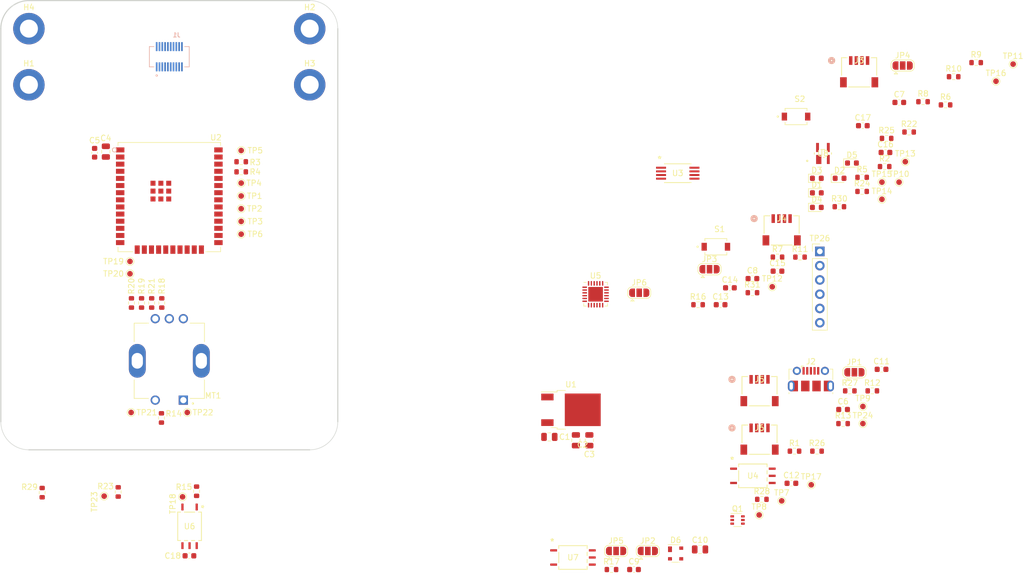
<source format=kicad_pcb>
(kicad_pcb (version 20211014) (generator pcbnew)
  (layers (0 "F.Cu" signal "TOP") (1 "In1.Cu" power "MidTop") (2 "In2.Cu" power "MidBottom") (31 "B.Cu" signal "BOTTOM") (34 "B.Paste" user) (35 "F.Paste" user) (36 "B.SilkS" user "B.Silkscreen") (37 "F.SilkS" user "F.Silkscreen") (38 "B.Mask" user) (39 "F.Mask" user) (44 "Edge.Cuts" user))
  (net 0 "")
  (net 1 "+3.3V")
  (net 2 "Net-(D4-Pad2)")
  (net 3 "+3.3VA")
  (net 4 "+5V")
  (net 5 "+3.3VP")
  (net 6 "/EN")
  (net 7 "/I36")
  (net 8 "/I39")
  (net 9 "/I34")
  (net 10 "/I35")
  (net 11 "/IO32")
  (net 12 "/IO33")
  (net 13 "/IO25")
  (net 14 "/IO26")
  (net 15 "/IO27")
  (net 16 "/IO14")
  (net 17 "/IO12")
  (net 18 "/IO13")
  (net 19 "/IO2")
  (net 20 "/IO0")
  (net 21 "/IO17")
  (net 22 "/RXD0")
  (net 23 "/TXD0")
  (net 24 "/USB_DN")
  (net 25 "/USB_DP")
  (net 26 "Net-(D3-Pad2)")
  (net 27 "/I2C_SDA")
  (net 28 "/I2C_SCL")
  (net 29 "/RTS")
  (net 30 "/DTR")
  (net 31 "Net-(D2-Pad2)")
  (net 32 "/RXD")
  (net 33 "/TXD")
  (net 34 "Net-(D1-Pad2)")
  (net 35 "/SPI_MISO")
  (net 36 "/SPI_SCK")
  (net 37 "/SPI_CS")
  (net 38 "Net-(D5-Pad2)")
  (net 39 "+5VA")
  (net 40 "/CTS")
  (net 41 "/Opto_Auger")
  (net 42 "/Opto_Ignitor")
  (net 43 "/Opto_Fan")
  (net 44 "Net-(R10-Pad1)")
  (net 45 "/MUX_OUT_-")
  (net 46 "Net-(MT1-PadA)")
  (net 47 "Net-(MT1-PadB)")
  (net 48 "/SPI_MOSI")
  (net 49 "/IO34")
  (net 50 "Net-(JP3-Pad2)")
  (net 51 "Net-(JP4-Pad2)")
  (net 52 "Net-(JP6-Pad2)")
  (net 53 "Net-(S1-Pad1)")
  (net 55 "GND")
  (net 56 "/MUX_OUT_+")
  (net 57 "/MuxSignal")
  (net 59 "Net-(JP1-Pad2)")
  (net 60 "Net-(JP2-Pad2)")
  (net 61 "Net-(JP5-Pad2)")
  (net 62 "Net-(Q1-Pad2)")
  (net 63 "/Auger")
  (net 64 "/Fan")
  (net 65 "/Ignitor")
  (net 66 "Net-(Q1-Pad5)")
  (net 67 "Net-(R9-Pad1)")
  (net 68 "Net-(R12-Pad2)")
  (net 69 "Net-(R13-Pad2)")
  (net 70 "Net-(R19-Pad2)")
  (net 71 "Net-(R22-Pad2)")
  (footprint "Resistor_SMD:R_0603_1608Metric" (layer "F.Cu") (at 211.74 73.41)
    (fp_text reference "R22" (at 0 -1.43) (layer "F.SilkS"))
    (fp_text value "140Ohm 1% 0603")
    (pad "1" smd roundrect (at -0.825 0) (size 0.8 0.95) (layers "F.Cu" "F.Paste" "F.Mask") (net 65 "/Ignitor"))
    (pad "2" smd roundrect (at 0.825 0) (size 0.8 0.95) (layers "F.Cu" "F.Paste" "F.Mask") (net 71 "Net-(R22-Pad2)"))
  )
  (footprint "Capacitor_SMD:C_0603_1608Metric" (layer "F.Cu") (at 190.78 135.96)
    (fp_text reference "C12" (at 0 -1.43) (layer "F.SilkS"))
    (fp_text value "0.1uF 50V X7R 0603")
    (pad "1" smd roundrect (at -0.775 0) (size 0.9 0.95) (layers "F.Cu" "F.Paste" "F.Mask") (net 39 "+5VA"))
    (pad "2" smd roundrect (at 0.775 0) (size 0.9 0.95) (layers "F.Cu" "F.Paste" "F.Mask") (net 55 "GND"))
  )
  (footprint "Resistor_SMD:R_0603_1608Metric" (layer "F.Cu") (at 207.38 79.56)
    (fp_text reference "R2" (at 0 -1.43) (layer "F.SilkS"))
    (fp_text value "150Ohm 1% 0603")
    (pad "1" smd roundrect (at -0.825 0) (size 0.8 0.95) (layers "F.Cu" "F.Paste" "F.Mask") (net 39 "+5VA"))
    (pad "2" smd roundrect (at 0.825 0) (size 0.8 0.95) (layers "F.Cu" "F.Paste" "F.Mask") (net 31 "Net-(D2-Pad2)"))
  )
  (footprint "Capacitor_SMD:C_0603_1608Metric" (layer "F.Cu") (at 206.83 115.67)
    (fp_text reference "C11" (at 0 -1.43) (layer "F.SilkS"))
    (fp_text value "0.1uF 50V X7R 0603")
    (pad "1" smd roundrect (at -0.775 0) (size 0.9 0.95) (layers "F.Cu" "F.Paste" "F.Mask") (net 4 "+5V"))
    (pad "2" smd roundrect (at 0.775 0) (size 0.9 0.95) (layers "F.Cu" "F.Paste" "F.Mask") (net 55 "GND"))
  )
  (footprint "Customs Smoker:SW_TL1015AF160QG" (layer "F.Cu") (at 177.325 93.84)
    (fp_text reference "S1" (at 0.675 -3.135) (layer "F.SilkS"))
    (fp_text value "TL1015AF160QG")
    (pad "1" smd rect locked (at -2.075 0) (size 0.95 1.4) (layers "F.Cu" "F.Paste" "F.Mask") (net 53 "Net-(S1-Pad1)"))
    (pad "2" smd rect locked (at 2.075 0) (size 0.95 1.4) (layers "F.Cu" "F.Paste" "F.Mask") (net 55 "GND"))
  )
  (footprint "Resistor_SMD:R_0603_1608Metric" (layer "F.Cu") (at 203.37 83.99)
    (fp_text reference "R24" (at 0 -1.43) (layer "F.SilkS"))
    (fp_text value "10K 1% 0603")
    (pad "1" smd roundrect (at -0.825 0) (size 0.8 0.95) (layers "F.Cu" "F.Paste" "F.Mask") (net 18 "/IO13"))
    (pad "2" smd roundrect (at 0.825 0) (size 0.8 0.95) (layers "F.Cu" "F.Paste" "F.Mask") (net 59 "Net-(JP1-Pad2)"))
  )
  (footprint "Resistor_SMD:R_0603_1608Metric" (layer "F.Cu") (at 219.67 63.56)
    (fp_text reference "R10" (at 0 -1.43) (layer "F.SilkS"))
    (fp_text value "1kOhm 1% 0603")
    (pad "1" smd roundrect (at -0.825 0) (size 0.8 0.95) (layers "F.Cu" "F.Paste" "F.Mask") (net 44 "Net-(R10-Pad1)"))
    (pad "2" smd roundrect (at 0.825 0) (size 0.8 0.95) (layers "F.Cu" "F.Paste" "F.Mask") (net 1 "+3.3V"))
  )
  (footprint "Capacitor_SMD:C_0603_1608Metric" (layer "F.Cu") (at 183.84 99.51)
    (fp_text reference "C8" (at 0 -1.43) (layer "F.SilkS"))
    (fp_text value "0.1uF 50V X7R 0603")
    (pad "1" smd roundrect (at -0.775 0) (size 0.9 0.95) (layers "F.Cu" "F.Paste" "F.Mask") (net 55 "GND"))
    (pad "2" smd roundrect (at 0.775 0) (size 0.9 0.95) (layers "F.Cu" "F.Paste" "F.Mask") (net 5 "+3.3VP"))
  )
  (footprint "TestPoint:TestPoint_Pad_D1.0mm" (layer "F.Cu") (at 206.9 82.34)
    (fp_text reference "TP15" (at 0 -1.448) (layer "F.SilkS"))
    (fp_text value "TP")
    (pad "1" smd circle (at 0 0) (size 1 1) (layers "F.Cu" "F.Mask") (net 6 "/EN"))
  )
  (footprint "Customs Smoker:STM811SW16F" (layer "F.Cu") (at 196.39 77.23)
    (fp_text reference "U8" (at 0 0 unlocked) (layer "F.SilkS"))
    (fp_text value "STM811SW16F")
    (pad "1" smd rect (at -0.7441 1.0668) (size 0.9398 1.6256) (layers "F.Cu" "F.Paste" "F.Mask") (net 55 "GND"))
    (pad "2" smd rect (at 0.96 1.0668) (size 0.508 1.6256) (layers "F.Cu" "F.Paste" "F.Mask") (net 6 "/EN"))
    (pad "3" smd rect (at 0.960001 -1.0668) (size 0.508 1.6256) (layers "F.Cu" "F.Paste" "F.Mask") (net 53 "Net-(S1-Pad1)"))
    (pad "4" smd rect (at -0.960001 -1.0668) (size 0.508 1.6256) (layers "F.Cu" "F.Paste" "F.Mask") (net 1 "+3.3V"))
  )
  (footprint "LED_SMD:LED_0603_1608Metric" (layer "F.Cu") (at 195.31 84.24)
    (fp_text reference "D1" (at 0 -1.43) (layer "F.SilkS"))
    (fp_text value "R 2.0V 20mA")
    (pad "1" smd roundrect (at -0.7875 0) (size 0.875 0.95) (layers "F.Cu" "F.Paste" "F.Mask") (net 55 "GND"))
    (pad "2" smd roundrect (at 0.7875 0) (size 0.875 0.95) (layers "F.Cu" "F.Paste" "F.Mask") (net 34 "Net-(D1-Pad2)"))
  )
  (footprint "LED_SMD:LED_0603_1608Metric" (layer "F.Cu") (at 199.36 81.65)
    (fp_text reference "D2" (at 0 -1.43) (layer "F.SilkS"))
    (fp_text value "R 2.0V 20mA")
    (pad "1" smd roundrect (at -0.7875 0) (size 0.875 0.95) (layers "F.Cu" "F.Paste" "F.Mask") (net 55 "GND"))
    (pad "2" smd roundrect (at 0.7875 0) (size 0.875 0.95) (layers "F.Cu" "F.Paste" "F.Mask") (net 31 "Net-(D2-Pad2)"))
  )
  (footprint "Resistor_SMD:R_0603_1608Metric" (layer "F.Cu") (at 192.31 95.68)
    (fp_text reference "R11" (at 0 -1.43) (layer "F.SilkS"))
    (fp_text value "10K 1% 0603")
    (pad "1" smd roundrect (at -0.825 0) (size 0.8 0.95) (layers "F.Cu" "F.Paste" "F.Mask") (net 49 "/IO34"))
    (pad "2" smd roundrect (at 0.825 0) (size 0.8 0.95) (layers "F.Cu" "F.Paste" "F.Mask") (net 1 "+3.3V"))
  )
  (footprint "Resistor_SMD:R_0603_1608Metric" (layer "F.Cu") (at 199.32 86.71)
    (fp_text reference "R30" (at 0 -1.43) (layer "F.SilkS"))
    (fp_text value "10K 1% 0603")
    (pad "1" smd roundrect (at -0.825 0) (size 0.8 0.95) (layers "F.Cu" "F.Paste" "F.Mask") (net 16 "/IO14"))
    (pad "2" smd roundrect (at 0.825 0) (size 0.8 0.95) (layers "F.Cu" "F.Paste" "F.Mask") (net 61 "Net-(JP5-Pad2)"))
  )
  (footprint "TestPoint:TestPoint_Pad_D1.0mm" (layer "F.Cu") (at 227.21 64.37)
    (fp_text reference "TP16" (at 0 -1.448) (layer "F.SilkS"))
    (fp_text value "TP")
    (pad "1" smd circle (at 0 0) (size 1 1) (layers "F.Cu" "F.Mask") (net 30 "/DTR"))
  )
  (footprint "Customs Smoker:PW8-M" (layer "F.Cu") (at 170.539301 80.7412)
    (fp_text reference "U3" (at 0 0 unlocked) (layer "F.SilkS"))
    (fp_text value "TPS2115APWR")
    (fp_text user "*" (at -3.2258 -2.4736) (layer "F.SilkS"))
    (fp_text user "*" (at -3.2258 -2.4736 unlocked) (layer "F.SilkS"))
    (pad "1" smd rect (at -2.9718 -0.974999) (size 1.778 0.3556) (layers "F.Cu" "F.Paste" "F.Mask"))
    (pad "2" smd rect (at -2.9718 -0.325001) (size 1.778 0.3556) (layers "F.Cu" "F.Paste" "F.Mask"))
    (pad "3" smd rect (at -2.9718 0.325001) (size 1.778 0.3556) (layers "F.Cu" "F.Paste" "F.Mask") (net 55 "GND"))
    (pad "4" smd rect (at -2.9718 0.974999) (size 1.778 0.3556) (layers "F.Cu" "F.Paste" "F.Mask") (net 67 "Net-(R9-Pad1)"))
    (pad "5" smd rect (at 2.9718 0.974999) (size 1.778 0.3556) (layers "F.Cu" "F.Paste" "F.Mask") (net 55 "GND"))
    (pad "6" smd rect (at 2.9718 0.325001) (size 1.778 0.3556) (layers "F.Cu" "F.Paste" "F.Mask") (net 3 "+3.3VA"))
    (pad "7" smd rect (at 2.9718 -0.325001) (size 1.778 0.3556) (layers "F.Cu" "F.Paste" "F.Mask") (net 1 "+3.3V"))
    (pad "8" smd rect (at 2.9718 -0.974999) (size 1.778 0.3556) (layers "F.Cu" "F.Paste" "F.Mask") (net 5 "+3.3VP"))
  )
  (footprint "TestPoint:TestPoint_Pad_D1.0mm" (layer "F.Cu") (at 73 96.45)
    (fp_text reference "TP19" (at -2.94 0) (layer "F.SilkS"))
    (fp_text value "TP")
    (pad "1" smd circle (at 0 0) (size 1 1) (layers "F.Cu" "F.Mask") (net 29 "/RTS"))
  )
  (footprint "TestPoint:TestPoint_Pad_D1.0mm" (layer "F.Cu") (at 92.8 84.8)
    (fp_text reference "TP1" (at 2.4 0) (layer "F.SilkS"))
    (fp_text value "TP")
    (pad "1" smd circle (at 0 0) (size 1 1) (layers "F.Cu" "F.Mask") (net 35 "/SPI_MISO"))
  )
  (footprint "TestPoint:TestPoint_Pad_D1.0mm" (layer "F.Cu") (at 194.31 136.23)
    (fp_text reference "TP17" (at 0 -1.448) (layer "F.SilkS"))
    (fp_text value "TP")
    (pad "1" smd circle (at 0 0) (size 1 1) (layers "F.Cu" "F.Mask") (net 18 "/IO13"))
  )
  (footprint "Customs Smoker:PRT-14417" (layer "F.Cu") (at 185.1022 128.1965)
    (fp_text reference "J6" (at 0 -2.1015 unlocked) (layer "F.SilkS"))
    (fp_text value "Spare2")
    (pad "1" smd rect (at -1.5 -2.1015) (size 0.6096 1.5494) (layers "F.Cu" "F.Paste" "F.Mask") (net 55 "GND"))
    (pad "2" smd rect (at -0.499999 -2.1015) (size 0.6096 1.5494) (layers "F.Cu" "F.Paste" "F.Mask") (net 1 "+3.3V"))
    (pad "3" smd rect (at 0.499999 -2.1015) (size 0.6096 1.5494) (layers "F.Cu" "F.Paste" "F.Mask") (net 27 "/I2C_SDA"))
    (pad "4" smd rect (at 1.5 -2.1015) (size 0.6096 1.5494) (layers "F.Cu" "F.Paste" "F.Mask") (net 28 "/I2C_SCL"))
    (pad "5" smd rect (at -2.799999 1.773501) (size 1.1938 1.8034) (layers "F.Cu" "F.Paste" "F.Mask"))
    (pad "6" smd rect (at 2.799999 1.773501) (size 1.1938 1.8034) (layers "F.Cu" "F.Paste" "F.Mask"))
  )
  (footprint "MountingHole:MountingHole_3.2mm_M3_DIN965_Pad" (layer "F.Cu") (at 55 65)
    (fp_text reference "H1" (at 0 -3.8) (layer "F.SilkS"))
    (fp_text value "MountingHole")
    (pad "1" thru_hole circle locked (at 0 0) (size 5.6 5.6) (drill 3.2) (layers *.Cu *.Mask))
  )
  (footprint "Connector_USB:USB_Micro-B_Molex-105017-0001" (layer "F.Cu") (at 194.25 117.4)
    (fp_text reference "J2" (at 0 -3.1125) (layer "F.SilkS"))
    (fp_text value "1050170001")
    (pad "1" smd rect (at -1.3 -1.4625) (size 0.4 1.35) (layers "F.Cu" "F.Paste" "F.Mask") (net 39 "+5VA"))
    (pad "2" smd rect (at -0.65 -1.4625) (size 0.4 1.35) (layers "F.Cu" "F.Paste" "F.Mask") (net 24 "/USB_DN"))
    (pad "3" smd rect (at 0 -1.4625) (size 0.4 1.35) (layers "F.Cu" "F.Paste" "F.Mask") (net 25 "/USB_DP"))
    (pad "4" smd rect (at 0.65 -1.4625) (size 0.4 1.35) (layers "F.Cu" "F.Paste" "F.Mask"))
    (pad "5" smd rect (at 1.3 -1.4625) (size 0.4 1.35) (layers "F.Cu" "F.Paste" "F.Mask") (net 55 "GND"))
    (pad "6" smd rect (at 2.9 1.2375) (size 1.2 1.9) (layers "F.Cu" "F.Mask"))
    (pad "6" thru_hole oval (at 3.5 1.2375) (size 1.2 1.9) (drill oval 0.6 1.3) (layers *.Cu *.Mask))
    (pad "6" smd rect (at 1 1.2375) (size 1.5 1.9) (layers "F.Cu" "F.Paste" "F.Mask"))
    (pad "6" thru_hole oval (at -3.5 1.2375 180) (size 1.2 1.9) (drill oval 0.6 1.3) (layers *.Cu *.Mask))
    (pad "6" smd rect (at -1 1.2375) (size 1.5 1.9) (layers "F.Cu" "F.Paste" "F.Mask"))
    (pad "6" thru_hole circle (at 2.5 -1.4625) (size 1.45 1.45) (drill 0.85) (layers *.Cu *.Mask))
    (pad "6" thru_hole circle (at -2.5 -1.4625) (size 1.45 1.45) (drill 0.85) (layers *.Cu *.Mask))
    (pad "6" smd rect (at -2.9 1.2375) (size 1.2 1.9) (layers "F.Cu" "F.Mask"))
  )
  (footprint "Resistor_SMD:R_0603_1608Metric" (layer "F.Cu") (at 57.35975 137.624951 -90)
    (fp_text reference "R29" (at -1 2.25 180) (layer "F.SilkS"))
    (fp_text value "10K 1% 0603")
    (pad "1" smd roundrect (at -0.825 0 270) (size 0.8 0.95) (layers "F.Cu" "F.Paste" "F.Mask") (net 14 "/IO26"))
    (pad "2" smd roundrect (at 0.825 0 270) (size 0.8 0.95) (layers "F.Cu" "F.Paste" "F.Mask") (net 51 "Net-(JP4-Pad2)"))
  )
  (footprint "Customs Smoker:PRT-14417" (layer "F.Cu") (at 202.84 62.78)
    (fp_text reference "J3" (at 0 -2.1015 unlocked) (layer "F.SilkS"))
    (fp_text value "Hopper")
    (pad "1" smd rect (at -1.5 -2.1015) (size 0.6096 1.5494) (layers "F.Cu" "F.Paste" "F.Mask") (net 55 "GND"))
    (pad "2" smd rect (at -0.499999 -2.1015) (size 0.6096 1.5494) (layers "F.Cu" "F.Paste" "F.Mask") (net 1 "+3.3V"))
    (pad "3" smd rect (at 0.499999 -2.1015) (size 0.6096 1.5494) (layers "F.Cu" "F.Paste" "F.Mask") (net 27 "/I2C_SDA"))
    (pad "4" smd rect (at 1.5 -2.1015) (size 0.6096 1.5494) (layers "F.Cu" "F.Paste" "F.Mask") (net 28 "/I2C_SCL"))
    (pad "5" smd rect (at -2.799999 1.773501) (size 1.1938 1.8034) (layers "F.Cu" "F.Paste" "F.Mask"))
    (pad "6" smd rect (at 2.799999 1.773501) (size 1.1938 1.8034) (layers "F.Cu" "F.Paste" "F.Mask"))
  )
  (footprint "Customs Smoker:PRT-14417" (layer "F.Cu") (at 185.1022 119.5565)
    (fp_text reference "J5" (at 0 -2.1015 unlocked) (layer "F.SilkS"))
    (fp_text value "Spare1")
    (pad "1" smd rect (at -1.5 -2.1015) (size 0.6096 1.5494) (layers "F.Cu" "F.Paste" "F.Mask") (net 55 "GND"))
    (pad "2" smd rect (at -0.499999 -2.1015) (size 0.6096 1.5494) (layers "F.Cu" "F.Paste" "F.Mask") (net 1 "+3.3V"))
    (pad "3" smd rect (at 0.499999 -2.1015) (size 0.6096 1.5494) (layers "F.Cu" "F.Paste" "F.Mask") (net 27 "/I2C_SDA"))
    (pad "4" smd rect (at 1.5 -2.1015) (size 0.6096 1.5494) (layers "F.Cu" "F.Paste" "F.Mask") (net 28 "/I2C_SCL"))
    (pad "5" smd rect (at -2.799999 1.773501) (size 1.1938 1.8034) (layers "F.Cu" "F.Paste" "F.Mask"))
    (pad "6" smd rect (at 2.799999 1.773501) (size 1.1938 1.8034) (layers "F.Cu" "F.Paste" "F.Mask"))
  )
  (footprint "Resistor_SMD:R_0603_1608Metric" (layer "F.Cu") (at 73.26 103.85 -90)
    (fp_text reference "R20" (at -3 0 90) (layer "F.SilkS"))
    (fp_text value "47.5kOhm 1% 0603")
    (pad "1" smd roundrect (at -0.825 0 270) (size 0.8 0.95) (layers "F.Cu" "F.Paste" "F.Mask") (net 55 "GND"))
    (pad "2" smd roundrect (at 0.825 0 270) (size 0.8 0.95) (layers "F.Cu" "F.Paste" "F.Mask") (net 69 "Net-(R13-Pad2)"))
  )
  (footprint "Capacitor_SMD:C_0603_1608Metric" (layer "F.Cu") (at 207.53 77.05)
    (fp_text reference "C16" (at 0 -1.43) (layer "F.SilkS"))
    (fp_text value "0.1uF 50V X7R 0603")
    (pad "1" smd roundrect (at -0.775 0) (size 0.9 0.95) (layers "F.Cu" "F.Paste" "F.Mask") (net 4 "+5V"))
    (pad "2" smd roundrect (at 0.775 0) (size 0.9 0.95) (layers "F.Cu" "F.Paste" "F.Mask") (net 55 "GND"))
  )
  (footprint "TestPoint:TestPoint_Pad_D1.0mm" (layer "F.Cu") (at 73 98.65)
    (fp_text reference "TP20" (at -2.94 0) (layer "F.SilkS"))
    (fp_text value "TP")
    (pad "1" smd circle (at 0 0) (size 1 1) (layers "F.Cu" "F.Mask") (net 20 "/IO0"))
  )
  (footprint "Capacitor_SMD:C_0805_2012Metric" (layer "F.Cu") (at 174.51 147.74)
    (fp_text reference "C10" (at 0 -1.68) (layer "F.SilkS"))
    (fp_text value "4.7uF 25V X5R 0805")
    (pad "1" smd roundrect (at -0.95 0) (size 1 1.45) (layers "F.Cu" "F.Paste" "F.Mask") (net 55 "GND"))
    (pad "2" smd roundrect (at 0.95 0) (size 1 1.45) (layers "F.Cu" "F.Paste" "F.Mask") (net 1 "+3.3V"))
  )
  (footprint "LED_SMD:LED_0603_1608Metric" (layer "F.Cu") (at 201.56 78.93)
    (fp_text reference "D5" (at 0 -1.43) (layer "F.SilkS"))
    (fp_text value "R 2.0V 20mA")
    (pad "1" smd roundrect (at -0.7875 0) (size 0.875 0.95) (layers "F.Cu" "F.Paste" "F.Mask") (net 55 "GND"))
    (pad "2" smd roundrect (at 0.7875 0) (size 0.875 0.95) (layers "F.Cu" "F.Paste" "F.Mask") (net 38 "Net-(D5-Pad2)"))
  )
  (footprint "Capacitor_SMD:C_0603_1608Metric" (layer "F.Cu") (at 209.99 68.14)
    (fp_text reference "C7" (at 0 -1.43) (layer "F.SilkS"))
    (fp_text value "0.1uF 50V X7R 0603")
    (pad "1" smd roundrect (at -0.775 0) (size 0.9 0.95) (layers "F.Cu" "F.Paste" "F.Mask") (net 55 "GND"))
    (pad "2" smd roundrect (at 0.775 0) (size 0.9 0.95) (layers "F.Cu" "F.Paste" "F.Mask") (net 3 "+3.3VA"))
  )
  (footprint "Resistor_SMD:R_0603_1608Metric" (layer "F.Cu") (at 183.84 102.02)
    (fp_text reference "R31" (at 0 -1.43) (layer "F.SilkS"))
    (fp_text value "10K 1% 0603")
    (pad "1" smd roundrect (at -0.825 0) (size 0.8 0.95) (layers "F.Cu" "F.Paste" "F.Mask") (net 13 "/IO25"))
    (pad "2" smd roundrect (at 0.825 0) (size 0.8 0.95) (layers "F.Cu" "F.Paste" "F.Mask") (net 52 "Net-(JP6-Pad2)"))
  )
  (footprint "LED_SMD:LED_0603_1608Metric" (layer "F.Cu") (at 195.31 86.83)
    (fp_text reference "D4" (at 0 -1.43) (layer "F.SilkS"))
    (fp_text value "R 2.0V 20mA")
    (pad "1" smd roundrect (at -0.7875 0) (size 0.875 0.95) (layers "F.Cu" "F.Paste" "F.Mask") (net 55 "GND"))
    (pad "2" smd roundrect (at 0.7875 0) (size 0.875 0.95) (layers "F.Cu" "F.Paste" "F.Mask") (net 2 "Net-(D4-Pad2)"))
  )
  (footprint "TestPoint:TestPoint_Pad_D1.0mm" (layer "F.Cu") (at 92.8 89.333332)
    (fp_text reference "TP3" (at 2.5 0) (layer "F.SilkS"))
    (fp_text value "TP")
    (pad "1" smd circle (at 0 0) (size 1 1) (layers "F.Cu" "F.Mask") (net 37 "/SPI_CS"))
  )
  (footprint "TestPoint:TestPoint_Pad_D1.0mm" (layer "F.Cu") (at 203.51 122.28)
    (fp_text reference "TP9" (at 0 -1.448) (layer "F.SilkS"))
    (fp_text value "TP")
    (pad "1" smd circle (at 0 0) (size 1 1) (layers "F.Cu" "F.Mask") (net 12 "/IO33"))
  )
  (footprint "Resistor_SMD:R_0603_1608Metric" (layer "F.Cu") (at 188.3 95.68)
    (fp_text reference "R7" (at 0 -1.43) (layer "F.SilkS"))
    (fp_text value "64.9Ohm 1% 0603")
    (pad "1" smd roundrect (at -0.825 0) (size 0.8 0.95) (layers "F.Cu" "F.Paste" "F.Mask") (net 1 "+3.3V"))
    (pad "2" smd roundrect (at 0.825 0) (size 0.8 0.95) (layers "F.Cu" "F.Paste" "F.Mask") (net 38 "Net-(D5-Pad2)"))
  )
  (footprint "Capacitor_SMD:C_0805_2012Metric" (layer "F.Cu") (at 68.7 76.9 -90)
    (fp_text reference "C4" (at -2.4 0 180) (layer "F.SilkS"))
    (fp_text value "22uF 10V X5R 0805")
    (pad "1" smd roundrect (at -0.95 0 270) (size 1 1.45) (layers "F.Cu" "F.Paste" "F.Mask") (net 55 "GND"))
    (pad "2" smd roundrect (at 0.95 0 270) (size 1 1.45) (layers "F.Cu" "F.Paste" "F.Mask") (net 1 "+3.3V"))
  )
  (footprint "Package_TO_SOT_SMD:TO-252-2" (layer "F.Cu") (at 151.525 122.875)
    (fp_text reference "U1" (at 0 -4.5) (layer "F.SilkS"))
    (fp_text value "AMS1117-3.3")
    (pad "1" smd rect (at -4.2 -2.28) (size 2.2 1.2) (layers "F.Cu" "F.Paste" "F.Mask") (net 55 "GND"))
    (pad "2" smd rect (at 2.1 0) (size 6.4 5.8) (layers "F.Cu" "F.Mask") (net 5 "+3.3VP"))
    (pad "3" smd rect (at -4.2 2.28) (size 2.2 1.2) (layers "F.Cu" "F.Paste" "F.Mask") (net 39 "+5VA"))
  )
  (footprint "Jumper:SolderJumper-3_P1.3mm_Open_RoundedPad1.0x1.5mm" (layer "F.Cu") (at 163.68 102.03)
    (fp_text reference "JP6" (at 0 -1.8) (layer "F.SilkS"))
    (fp_text value "SolderJumper_3_Open")
    (pad "1" smd custom (at -1.3 0) (size 1 0.5) (layers "F.Cu" "F.Mask") (net 55 "GND") (options (clearance outline) (anchor rect)) (primitives (gr_circle (center 0 0.25) (end 0.5 0.25) (width 0) (fill yes)) (gr_circle (center 0 -0.25) (end 0.5 -0.25) (width 0) (fill yes)) (gr_poly (pts (xy 0.55 0.75) (xy 0 0.75) (xy 0 -0.75) (xy 0.55 -0.75)) (width 0) (fill yes))))
    (pad "2" smd rect (at 0 0) (size 1 1.5) (layers "F.Cu" "F.Mask") (net 52 "Net-(JP6-Pad2)"))
    (pad "3" smd custom (at 1.3 0) (size 1 0.5) (layers "F.Cu" "F.Mask") (net 1 "+3.3V") (options (clearance outline) (anchor rect)) (primitives (gr_circle (center 0 0.25) (end 0.5 0.25) (width 0) (fill yes)) (gr_circle (center 0 -0.25) (end 0.5 -0.25) (width 0) (fill yes)) (gr_poly (pts (xy 0 0.75) (xy -0.55 0.75) (xy -0.55 -0.75) (xy 0 -0.75)) (width 0) (fill yes))))
  )
  (footprint "Capacitor_SMD:C_0603_1608Metric" (layer "F.Cu") (at 188.3 98.19)
    (fp_text reference "C15" (at 0 -1.43) (layer "F.SilkS"))
    (fp_text value "0.1uF 50V X7R 0603")
    (pad "1" smd roundrect (at -0.775 0) (size 0.9 0.95) (layers "F.Cu" "F.Paste" "F.Mask") (net 4 "+5V"))
    (pad "2" smd roundrect (at 0.775 0) (size 0.9 0.95) (layers "F.Cu" "F.Paste" "F.Mask") (net 55 "GND"))
  )
  (footprint "TestPoint:TestPoint_Pad_D1.0mm" (layer "F.Cu") (at 189.05 139.09)
    (fp_text reference "TP7" (at 0 -1.448) (layer "F.SilkS"))
    (fp_text value "TP")
    (pad "1" smd circle (at 0 0) (size 1 1) (layers "F.Cu" "F.Mask") (net 1 "+3.3V"))
  )
  (footprint "TestPoint:TestPoint_Pad_D1.0mm" (layer "F.Cu") (at 92.8 76.7)
    (fp_text reference "TP5" (at 2.5 0) (layer "F.SilkS"))
    (fp_text value "TP")
    (pad "1" smd circle (at 0 0) (size 1 1) (layers "F.Cu" "F.Mask") (net 28 "/I2C_SCL"))
  )
  (footprint "Package_DFN_QFN:QFN-24-1EP_4x4mm_P0.5mm_EP2.6x2.6mm" (layer "F.Cu") (at 155.91 102.2986)
    (fp_text reference "U5" (at 0 -3.3) (layer "F.SilkS"))
    (fp_text value "CP2102N-A02-GQFN24")
    (pad "1" smd roundrect (at -1.9375 -1.25) (size 0.825 0.25) (layers "F.Cu" "F.Paste" "F.Mask"))
    (pad "2" smd roundrect (at -1.9375 -0.75) (size 0.825 0.25) (layers "F.Cu" "F.Paste" "F.Mask") (net 55 "GND"))
    (pad "3" smd roundrect (at -1.9375 -0.25) (size 0.825 0.25) (layers "F.Cu" "F.Paste" "F.Mask") (net 25 "/USB_DP"))
    (pad "4" smd roundrect (at -1.9375 0.25) (size 0.825 0.25) (layers "F.Cu" "F.Paste" "F.Mask") (net 24 "/USB_DN"))
    (pad "5" smd roundrect (at -1.9375 0.75) (size 0.825 0.25) (layers "F.Cu" "F.Paste" "F.Mask") (net 1 "+3.3V"))
    (pad "6" smd roundrect (at -1.9375 1.25) (size 0.825 0.25) (layers "F.Cu" "F.Paste" "F.Mask") (net 1 "+3.3V"))
    (pad "7" smd roundrect (at -1.25 1.9375) (size 0.25 0.825) (layers "F.Cu" "F.Paste" "F.Mask") (net 1 "+3.3V"))
    (pad "8" smd roundrect (at -0.75 1.9375) (size 0.25 0.825) (layers "F.Cu" "F.Paste" "F.Mask") (net 69 "Net-(R13-Pad2)"))
    (pad "9" smd roundrect (at -0.25 1.9375) (size 0.25 0.825) (layers "F.Cu" "F.Paste" "F.Mask") (net 44 "Net-(R10-Pad1)"))
    (pad "10" smd roundrect (at 0.25 1.9375) (size 0.25 0.825) (layers "F.Cu" "F.Paste" "F.Mask"))
    (pad "11" smd roundrect (at 0.75 1.9375) (size 0.25 0.825) (layers "F.Cu" "F.Paste" "F.Mask"))
    (pad "12" smd roundrect (at 1.25 1.9375) (size 0.25 0.825) (layers "F.Cu" "F.Paste" "F.Mask"))
    (pad "13" smd roundrect (at 1.9375 1.25) (size 0.825 0.25) (layers "F.Cu" "F.Paste" "F.Mask"))
    (pad "14" smd roundrect (at 1.9375 0.75) (size 0.825 0.25) (layers "F.Cu" "F.Paste" "F.Mask"))
    (pad "15" smd roundrect (at 1.9375 0.25) (size 0.825 0.25) (layers "F.Cu" "F.Paste" "F.Mask"))
    (pad "16" smd roundrect (at 1.9375 -0.25) (size 0.825 0.25) (layers "F.Cu" "F.Paste" "F.Mask"))
    (pad "17" smd roundrect (at 1.9375 -0.75) (size 0.825 0.25) (layers "F.Cu" "F.Paste" "F.Mask"))
    (pad "18" smd roundrect (at 1.9375 -1.25) (size 0.825 0.25) (layers "F.Cu" "F.Paste" "F.Mask") (net 40 "/CTS"))
    (pad "19" smd roundrect (at 1.25 -1.9375) (size 0.25 0.825) (layers "F.Cu" "F.Paste" "F.Mask") (net 29 "/RTS"))
    (pad "20" smd roundrect (at 0.75 -1.9375) (size 0.25 0.825) (layers "F.Cu" "F.Paste" "F.Mask") (net 32 "/RXD"))
    (pad "21" smd roundrect (at 0.25 -1.9375) (size 0.25 0.825) (layers "F.Cu" "F.Paste" "F.Mask") (net 33 "/TXD"))
    (pad "22" smd roundrect (at -0.25 -1.9375) (size 0.25 0.825) (layers "F.Cu" "F.Paste" "F.Mask"))
    (pad "23" smd roundrect (at -0.75 -1.9375) (size 0.25 0.825) (layers "F.Cu" "F.Paste" "F.Mask") (net 30 "/DTR"))
    (pad "24" smd roundrect (at -1.25 -1.9375) (size 0.25 0.825) (layers "F.Cu" "F.Paste" "F.Mask"))
    (pad "25" smd rect (at 0 0) (size 2.6 2.6) (layers "F.Cu" "F.Mask") (net 55 "GND"))
  )
  (footprint "Customs Smoker:XDCR_PEC11R-4215F-S0024" (layer "F.Cu") (at 80 114.15 180)
    (fp_text reference "MT1" (at -7.8 -6.2) (layer "F.SilkS"))
    (fp_text value "PEC11R-4215F-S0024")
    (pad "1" thru_hole rect locked (at -2.5 -7 180) (size 1.65 1.65) (drill 1.1) (layers *.Cu *.Mask) (net 55 "GND"))
    (pad "2" thru_hole circle locked (at 2.5 -7 180) (size 1.65 1.65) (drill 1.1) (layers *.Cu *.Mask) (net 49 "/IO34"))
    (pad "A" thru_hole circle locked (at -2.5 7.5 180) (size 1.65 1.65) (drill 1.1) (layers *.Cu *.Mask) (net 46 "Net-(MT1-PadA)"))
    (pad "B" thru_hole circle locked (at 2.5 7.5 180) (size 1.65 1.65) (drill 1.1) (layers *.Cu *.Mask) (net 47 "Net-(MT1-PadB)"))
    (pad "COM" thru_hole circle locked (at 0 7.5 180) (size 1.65 1.65) (drill 1.1) (layers *.Cu *.Mask) (net 55 "GND"))
    (pad "S1" thru_hole oval locked (at -5.7 0 180) (size 3 6) (drill oval 2 2.8) (layers *.Cu *.Mask) (net 55 "GND"))
    (pad "S2" thru_hole oval locked (at 5.7 0 180) (size 3 6) (drill oval 2 2.8) (layers *.Cu *.Mask) (net 55 "GND"))
  )
  (footprint "Resistor_SMD:R_0603_1608Metric" (layer "F.Cu") (at 70.9 137.5 -90)
    (fp_text reference "R23" (at -1 2.25 180) (layer "F.SilkS"))
    (fp_text value "10K 1% 0603")
    (pad "1" smd roundrect (at -0.825 0 270) (size 0.8 0.95) (layers "F.Cu" "F.Paste" "F.Mask") (net 30 "/DTR"))
    (pad "2" smd roundrect (at 0.825 0 270) (size 0.8 0.95) (layers "F.Cu" "F.Paste" "F.Mask") (net 62 "Net-(Q1-Pad2)"))
  )
  (footprint "TestPoint:TestPoint_Pad_D1.0mm" (layer "F.Cu") (at 230.26 61.32)
    (fp_text reference "TP11" (at 0 -1.448) (layer "F.SilkS"))
    (fp_text value "TP")
    (pad "1" smd circle (at 0 0) (size 1 1) (layers "F.Cu" "F.Mask") (net 49 "/IO34"))
  )
  (footprint "Capacitor_SMD:C_0805_2012Metric" (layer "F.Cu") (at 154.8 128.3 -90)
    (fp_text reference "C3" (at 2.5 0 180) (layer "F.SilkS"))
    (fp_text value "10uF 16V X5R 0805")
    (pad "1" smd roundrect (at -0.95 0 270) (size 1 1.45) (layers "F.Cu" "F.Paste" "F.Mask") (net 5 "+3.3VP"))
    (pad "2" smd roundrect (at 0.95 0 270) (size 1 1.45) (layers "F.Cu" "F.Paste" "F.Mask") (net 55 "GND"))
  )
  (footprint "Resistor_SMD:R_0603_1608Metric" (layer "F.Cu") (at 195.34 130.24)
    (fp_text reference "R26" (at 0 -1.43) (layer "F.SilkS"))
    (fp_text value "10K 1% 0603")
    (pad "1" smd roundrect (at -0.825 0) (size 0.8 0.95) (layers "F.Cu" "F.Paste" "F.Mask") (net 6 "/EN"))
    (pad "2" smd roundrect (at 0.825 0) (size 0.8 0.95) (layers "F.Cu" "F.Paste" "F.Mask") (net 1 "+3.3V"))
  )
  (footprint "TestPoint:TestPoint_Pad_D1.0mm" (layer "F.Cu") (at 203.51 125.33)
    (fp_text reference "TP24" (at 0 -1.448) (layer "F.SilkS"))
    (fp_text value "TP")
    (pad "1" smd circle (at 0 0) (size 1 1) (layers "F.Cu" "F.Mask") (net 13 "/IO25"))
  )
  (footprint "TestPoint:TestPoint_Pad_D1.0mm" (layer "F.Cu") (at 209.95 82.34)
    (fp_text reference "TP10" (at 0 -1.448) (layer "F.SilkS"))
    (fp_text value "TP")
    (pad "1" smd circle (at 0 0) (size 1 1) (layers "F.Cu" "F.Mask") (net 11 "/IO32"))
  )
  (footprint "MountingHole:MountingHole_3.2mm_M3_DIN965_Pad" (layer "F.Cu") (at 105 55)
    (fp_text reference "H2" (at 0 -3.8) (layer "F.SilkS"))
    (fp_text value "MountingHole")
    (pad "1" thru_hole circle locked (at 0 0) (size 5.6 5.6) (drill 3.2) (layers *.Cu *.Mask))
  )
  (footprint "Resistor_SMD:R_0603_1608Metric" (layer "F.Cu") (at 203.37 81.48)
    (fp_text reference "R5" (at 0 -1.43) (layer "F.SilkS"))
    (fp_text value "64.9Ohm 1% 0603")
    (pad "1" smd roundrect (at -0.825 0) (size 0.8 0.95) (layers "F.Cu" "F.Paste" "F.Mask") (net 3 "+3.3VA"))
    (pad "2" smd roundrect (at 0.825 0) (size 0.8 0.95) (layers "F.Cu" "F.Paste" "F.Mask") (net 26 "Net-(D3-Pad2)"))
  )
  (footprint "TestPoint:TestPoint_Pad_D1.0mm" (layer "F.Cu") (at 92.8 91.6)
    (fp_text reference "TP6" (at 2.5 0) (layer "F.SilkS"))
    (fp_text value "TP")
    (pad "1" smd circle (at 0 0) (size 1 1) (layers "F.Cu" "F.Mask") (net 48 "/SPI_MOSI"))
  )
  (footprint "Resistor_SMD:R_0603_1608Metric" (layer "F.Cu") (at 191.33 130.24)
    (fp_text reference "R1" (at 0 -1.43) (layer "F.SilkS"))
    (fp_text value "64.9Ohm 1% 0603")
    (pad "1" smd roundrect (at -0.825 0) (size 0.8 0.95) (layers "F.Cu" "F.Paste" "F.Mask") (net 5 "+3.3VP"))
    (pad "2" smd roundrect (at 0.825 0) (size 0.8 0.95) (layers "F.Cu" "F.Paste" "F.Mask") (net 34 "Net-(D1-Pad2)"))
  )
  (footprint "Capacitor_SMD:C_0603_1608Metric" (layer "F.Cu") (at 199.98 122.82)
    (fp_text reference "C6" (at 0 -1.43) (layer "F.SilkS"))
    (fp_text value "1uF 16V X7R 0603")
    (pad "1" smd roundrect (at -0.775 0) (size 0.9 0.95) (layers "F.Cu" "F.Paste" "F.Mask") (net 1 "+3.3V"))
    (pad "2" smd roundrect (at 0.775 0) (size 0.9 0.95) (layers "F.Cu" "F.Paste" "F.Mask") (net 55 "GND"))
  )
  (footprint "Customs Smoker:TLP2362" (layer "F.Cu") (at 151.8811 149.1734)
    (fp_text reference "U7" (at 0 0 unlocked) (layer "F.SilkS"))
    (fp_text value "TLP2362TPR_E")
    (fp_text user "*" (at -3.6957 -2.8194 unlocked) (layer "F.SilkS"))
    (fp_text user "*" (at -3.6957 -2.8194) (layer "F.SilkS"))
    (pad "1" smd rect (at -3.4417 -1.27) (size 1.2192 0.4064) (layers "F.Cu" "F.Paste" "F.Mask") (net 71 "Net-(R22-Pad2)"))
    (pad "3" smd rect (at -3.4417 1.27) (size 1.2192 0.4064) (layers "F.Cu" "F.Paste" "F.Mask") (net 55 "GND"))
    (pad "4" smd rect (at 3.4417 1.27) (size 1.2192 0.4064) (layers "F.Cu" "F.Paste" "F.Mask") (net 55 "GND"))
    (pad "5" smd rect (at 3.4417 0) (size 1.2192 0.4064) (layers "F.Cu" "F.Paste" "F.Mask") (net 42 "/Opto_Ignitor"))
    (pad "6" smd rect (at 3.4417 -1.27) (size 1.2192 0.4064) (layers "F.Cu" "F.Paste" "F.Mask") (net 4 "+5V"))
  )
  (footprint "Resistor_SMD:R_0603_1608Metric" (layer "F.Cu") (at 78.66 103.85 90)
    (fp_text reference "R18" (at 3 0 90) (layer "F.SilkS"))
    (fp_text value "0Ohm 0603")
    (pad "1" smd roundrect (at -0.825 0 90) (size 0.8 0.95) (layers "F.Cu" "F.Paste" "F.Mask") (net 23 "/TXD0"))
    (pad "2" smd roundrect (at 0.825 0 90) (size 0.8 0.95) (layers "F.Cu" "F.Paste" "F.Mask") (net 32 "/RXD"))
  )
  (footprint "Resistor_SMD:R_0603_1608Metric" (layer "F.Cu") (at 207.73 74.54)
    (fp_text reference "R25" (at 0 -1.43) (layer "F.SilkS"))
    (fp_text value "10K 1% 0603")
    (pad "1" smd roundrect (at -0.825 0) (size 0.8 0.95) (layers "F.Cu" "F.Paste" "F.Mask") (net 15 "/IO27"))
    (pad "2" smd roundrect (at 0.825 0) (size 0.8 0.95) (layers "F.Cu" "F.Paste" "F.Mask") (net 60 "Net-(JP2-Pad2)"))
  )
  (footprint "Customs Smoker:ESP32-WROOM-32UE 16MB" (layer "F.Cu") (at 80 85)
    (fp_text reference "U2" (at 8.3 -10.6) (layer "F.SilkS"))
    (fp_text value "ESP32-WROOM-32UE_16MB" hide)
    (pad "1" smd rect locked (at -8.75 -8.40867) (size 1.4986 0.889) (layers "F.Cu" "F.Paste" "F.Mask") (net 55 "GND"))
    (pad "2" smd rect locked (at -8.75 -7.13867) (size 1.4986 0.889) (layers "F.Cu" "F.Paste" "F.Mask") (net 1 "+3.3V"))
    (pad "3" smd rect locked (at -8.75 -5.86867) (size 1.4986 0.889) (layers "F.Cu" "F.Paste" "F.Mask") (net 6 "/EN"))
    (pad "4" smd rect locked (at -8.75 -4.59867) (size 1.4986 0.889) (layers "F.Cu" "F.Paste" "F.Mask") (net 7 "/I36"))
    (pad "5" smd rect locked (at -8.75 -3.32867) (size 1.4986 0.889) (layers "F.Cu" "F.Paste" "F.Mask") (net 8 "/I39"))
    (pad "6" smd rect locked (at -8.75 -2.05867) (size 1.4986 0.889) (layers "F.Cu" "F.Paste" "F.Mask") (net 9 "/I34"))
    (pad "7" smd rect locked (at -8.75 -0.78867) (size 1.4986 0.889) (layers "F.Cu" "F.Paste" "F.Mask") (net 10 "/I35"))
    (pad "8" smd rect locked (at -8.75 0.48133) (size 1.4986 0.889) (layers "F.Cu" "F.Paste" "F.Mask") (net 11 "/IO32"))
    (pad "9" smd rect locked (at -8.75 1.75133) (size 1.4986 0.889) (layers "F.Cu" "F.Paste" "F.Mask") (net 12 "/IO33"))
    (pad "10" smd rect locked (at -8.75 3.02133) (size 1.4986 0.889) (layers "F.Cu" "F.Paste" "F.Mask") (net 13 "/IO25"))
    (pad "11" smd rect locked (at -8.75 4.29133) (size 1.4986 0.889) (layers "F.Cu" "F.Paste" "F.Mask") (net 14 "/IO26"))
    (pad "12" smd rect locked (at -8.75 5.56133) (size 1.4986 0.889) (layers "F.Cu" "F.Paste" "F.Mask") (net 15 "/IO27"))
    (pad "13" smd rect locked (at -8.75 6.83133) (size 1.4986 0.889) (layers "F.Cu" "F.Paste" "F.Mask") (net 16 "/IO14"))
    (pad "14" smd rect locked (at -8.75 8.10133) (size 1.4986 0.889) (layers "F.Cu" "F.Paste" "F.Mask") (net 17 "/IO12"))
    (pad "15" smd rect locked (at -5.715 9.351772) (size 0.889 1.4986) (layers "F.Cu" "F.Paste" "F.Mask") (net 55 "GND"))
    (pad "16" smd rect locked (at -4.445 9.351772) (size 0.889 1.4986) (layers "F.Cu" "F.Paste" "F.Mask") (net 18 "/IO13"))
    (pad "17" smd rect locked (at -3.175 9.351772) (size 0.889 1.4986) (layers "F.Cu" "F.Paste" "F.Mask"))
    (pad "18" smd rect locked (at -1.905 9.351772) (size 0.889 1.4986) (layers "F.Cu" "F.Paste" "F.Mask"))
    (pad "19" smd rect locked (at -0.635 9.351772) (size 0.889 1.4986) (layers "F.Cu" "F.Paste" "F.Mask"))
    (pad "20" smd rect locked (at 0.635 9.351772) (size 0.889 1.4986) (layers "F.Cu" "F.Paste" "F.Mask"))
    (pad "21" smd rect locked (at 1.905 9.351772) (size 0.889 1.4986) (layers "F.Cu" "F.Paste" "F.Mask"))
    (pad "22" smd rect locked (at 3.175 9.351772) (size 0.889 1.4986) (layers "F.Cu" "F.Paste" "F.Mask"))
    (pad "23" smd rect locked (at 4.445 9.351772) (size 0.889 1.4986) (layers "F.Cu" "F.Paste" "F.Mask") (net 63 "/Auger"))
    (pad "24" smd rect locked (at 5.715 9.351772) (size 0.889 1.4986) (layers "F.Cu" "F.Paste" "F.Mask") (net 19 "/IO2"))
    (pad "25" smd rect locked (at 8.75 8.10133) (size 1.4986 0.889) (layers "F.Cu" "F.Paste" "F.Mask") (net 20 "/IO0"))
    (pad "26" smd rect locked (at 8.75 6.83133) (size 1.4986 0.889) (layers "F.Cu" "F.Paste" "F.Mask") (net 64 "/Fan"))
    (pad "27" smd rect locked (at 8.75 5.56133) (size 1.4986 0.889) (layers "F.Cu" "F.Paste" "F.Mask") (net 48 "/SPI_MOSI"))
    (pad "28" smd rect locked (at 8.75 4.29133) (size 1.4986 0.889) (layers "F.Cu" "F.Paste" "F.Mask") (net 21 "/IO17"))
    (pad "29" smd rect locked (at 8.75 3.02133) (size 1.4986 0.889) (layers "F.Cu" "F.Paste" "F.Mask") (net 37 "/SPI_CS"))
    (pad "30" smd rect locked (at 8.75 1.75133) (size 1.4986 0.889) (layers "F.Cu" "F.Paste" "F.Mask") (net 36 "/SPI_SCK"))
    (pad "31" smd rect locked (at 8.75 0.48133) (size 1.4986 0.889) (layers "F.Cu" "F.Paste" "F.Mask") (net 35 "/SPI_MISO"))
    (pad "32" smd rect locked (at 8.75 -0.78867) (size 1.4986 0.889) (layers "F.Cu" "F.Paste" "F.Mask"))
    (pad "33" smd rect locked (at 8.75 -2.05867) (size 1.4986 0.889) (layers "F.Cu" "F.Paste" "F.Mask") (net 27 "/I2C_SDA"))
    (pad "34" smd rect locked (at 8.75 -3.32867) (size 1.4986 0.889) (layers "F.Cu" "F.Paste" "F.Mask") (net 22 "/RXD0"))
    (pad "35" smd rect locked (at 8.75 -4.59867) (size 1.4986 0.889) (layers "F.Cu" "F.Paste" "F.Mask") (net 23 "/TXD0"))
    (pad "36" smd rect locked (at 8.75 -5.86867) (size 1.4986 0.889) (layers "F.Cu" "F.Paste" "F.Mask") (net 28 "/I2C_SCL"))
    (pad "37" smd rect locked (at 8.75 -7.13867) (size 1.4986 0.889) (layers "F.Cu" "F.Paste" "F.Mask") (net 65 "/Ignitor"))
    (pad "38" smd rect locked (at 8.75 -8.40867) (size 1.4986 0.889) (layers "F.Cu" "F.Paste" "F.Mask") (net 55 "GND"))
    (pad "39" smd rect locked (at -2.904289 -2.468807) (size 0.889 0.889) (layers "F.Cu" "F.Paste" "F.Mask") (net 55 "GND"))
    (pad "40" smd rect locked (at -1.50429 -2.468807) (size 0.889 0.889) (layers "F.Cu" "F.Paste" "F.Mask") (net 55 "GND"))
    (pad "41" smd rect locked (at -0.10429 -2.468807) (size 0.889 0.889) (layers "F.Cu" "F.Paste" "F.Mask") (net 55 "GND"))
    (pad "42" smd rect locked (at -2.904289 -1.068807) (size 0.889 0.889) (layers "F.Cu" "F.Paste" "F.Mask") (net 55 "GND"))
    (pad "43" smd rect locked (at -1.50429 -1.068807) (size 0.889 0.889) (layers "F.Cu" "F.Paste" "F.Mask") (net 55 "GND"))
    (pad "44" smd rect locked (at -0.10429 -1.068807) (size 0.889 0.889) (layers "F.Cu" "F.Paste" "F.Mask") (net 55 "GND"))
    (pad "45" smd rect locked (at -2.904236 0.331191) (size 0.889 0.889) (layers "F.Cu" "F.Paste" "F.Mask") (net 55 "GND"))
    (pad "46" smd rect locked (at -1.504188 0.331191) (size 0.889 0.889) (layers "F.Cu" "F.Paste" "F.Mask") (net 55 "GND"))
    (pad "47" smd rect locked (at -0.10414 0.331191) (size 0.889 0.889) (layers "F.Cu" "F.Paste" "F.Mask") (net 55 "GND"))
  )
  (footprint "TestPoint:TestPoint_Pad_D1.0mm" (layer "F.Cu") (at 68.4 138.25)
    (fp_text reference "TP23" (at -1.75 1 90) (layer "F.SilkS"))
    (fp_text value "TP")
    (pad "1" smd circle (at 0 0) (size 1 1) (layers "F.Cu" "F.Mask") (net 16 "/IO14"))
  )
  (footprint "Resistor_SMD:R_0603_1608Metric" (layer "F.Cu") (at 78.6 124.325 -90)
    (fp_text reference "R14" (at -0.775 -2.2 180) (layer "F.SilkS"))
    (fp_text value "10K 1% 0603")
    (pad "1" smd roundrect (at -0.825 0 270) (size 0.8 0.95) (layers "F.Cu" "F.Paste" "F.Mask") (net 46 "Net-(MT1-PadA)"))
    (pad "2" smd roundrect (at 0.825 0 270) (size 0.8 0.95) (layers "F.Cu" "F.Paste" "F.Mask") (net 12 "/IO33"))
  )
  (footprint "Resistor_SMD:R_0603_1608Metric" (layer "F.Cu") (at 201.18 119.5)
    (fp_text reference "R27" (at 0 -1.43) (layer "F.SilkS"))
    (fp_text value "10K 1% 0603")
    (pad "1" smd roundrect (at -0.825 0) (size 0.8 0.95) (layers "F.Cu" "F.Paste" "F.Mask") (net 29 "/RTS"))
    (pad "2" smd roundrect (at 0.825 0) (size 0.8 0.95) (layers "F.Cu" "F.Paste" "F.Mask") (net 66 "Net-(Q1-Pad5)"))
  )
  (footprint "TestPoint:TestPoint_Pad_D1.0mm" (layer "F.Cu") (at 187.37 100.97)
    (fp_text reference "TP12" (at 0 -1.448) (layer "F.SilkS"))
    (fp_text value "TP")
    (pad "1" smd circle (at 0 0) (size 1 1) (layers "F.Cu" "F.Mask") (net 55 "GND"))
  )
  (footprint "TestPoint:TestPoint_Pad_D1.0mm" (layer "F.Cu") (at 82.35975 138.374951)
    (fp_text reference "TP18" (at -1.75 1.25 90) (layer "F.SilkS"))
    (fp_text value "TP")
    (pad "1" smd circle (at 0 0) (size 1 1) (layers "F.Cu" "F.Mask") (net 15 "/IO27"))
  )
  (footprint "Resistor_SMD:R_0603_1608Metric" (layer "F.Cu") (at 223.68 61.05)
    (fp_text reference "R9" (at 0 -1.43) (layer "F.SilkS"))
    (fp_text value "250Ohm 0.1% 0603")
    (pad "1" smd roundrect (at -0.825 0) (size 0.8 0.95) (layers "F.Cu" "F.Paste" "F.Mask") (net 67 "Net-(R9-Pad1)"))
    (pad "2" smd roundrect (at 0.825 0) (size 0.8 0.95) (layers "F.Cu" "F.Paste" "F.Mask") (net 55 "GND"))
  )
  (footprint "Resistor_SMD:R_0603_1608Metric" (layer "F.Cu") (at 75.06 103.85 90)
    (fp_text reference "R19" (at 3 0 90) (layer "F.SilkS"))
    (fp_text value "140Ohm 1% 0603")
    (pad "1" smd roundrect (at -0.825 0 90) (size 0.8 0.95) (layers "F.Cu" "F.Paste" "F.Mask") (net 64 "/Fan"))
    (pad "2" smd roundrect (at 0.825 0 90) (size 0.8 0.95) (layers "F.Cu" "F.Paste" "F.Mask") (net 70 "Net-(R19-Pad2)"))
  )
  (footprint "Jumper:SolderJumper-3_P1.3mm_Open_RoundedPad1.0x1.5mm" (layer "F.Cu") (at 165.21 148.01)
    (fp_text reference "JP2" (at 0 -1.8) (layer "F.SilkS"))
    (fp_text value "SolderJumper_3_Open")
    (pad "1" smd custom (at -1.3 0) (size 1 0.5) (layers "F.Cu" "F.Mask") (net 55 "GND") (options (clearance outline) (anchor rect)) (primitives (gr_circle (center 0 0.25) (end 0.5 0.25) (width 0) (fill yes)) (gr_circle (center 0 -0.25) (end 0.5 -0.25) (width 0) (fill yes)) (gr_poly (pts (xy 0.55 0.75) (xy 0 0.75) (xy 0 -0.75) (xy 0.55 -0.75)) (width 0) (fill yes))))
    (pad "2" smd rect (at 0 0) (size 1 1.5) (layers "F.Cu" "F.Mask") (net 60 "Net-(JP2-Pad2)"))
    (pad "3" smd custom (at 1.3 0) (size 1 0.5) (layers "F.Cu" "F.Mask") (net 1 "+3.3V") (options (clearance outline) (anchor rect)) (primitives (gr_circle (center 0 0.25) (end 0.5 0.25) (width 0) (fill yes)) (gr_circle (center 0 -0.25) (end 0.5 -0.25) (width 0) (fill yes)) (gr_poly (pts (xy 0 0.75) (xy -0.55 0.75) (xy -0.55 -0.75) (xy 0 -0.75)) (width 0) (fill yes))))
  )
  (footprint "Capacitor_SMD:C_0603_1608Metric" (layer "F.Cu") (at 162.75 151.32)
    (fp_text reference "C9" (at 0 -1.43) (layer "F.SilkS"))
    (fp_text value "0.1uF 50V X7R 0603")
    (pad "1" smd roundrect (at -0.775 0) (size 0.9 0.95) (layers "F.Cu" "F.Paste" "F.Mask") (net 55 "GND"))
    (pad "2" smd roundrect (at 0.775 0) (size 0.9 0.95) (layers "F.Cu" "F.Paste" "F.Mask") (net 1 "+3.3V"))
  )
  (footprint "Resistor_SMD:R_0603_1608Metric" (layer "F.Cu") (at 185.52 138.82)
    (fp_text reference "R28" (at 0 -1.43) (layer "F.SilkS"))
    (fp_text value "10K 1% 0603")
    (pad "1" smd roundrect (at -0.825 0) (size 0.8 0.95) (layers "F.Cu" "F.Paste" "F.Mask") (net 17 "/IO12"))
    (pad "2" smd roundrect (at 0.825 0) (size 0.8 0.95) (layers "F.Cu" "F.Paste" "F.Mask") (net 50 "Net-(JP3-Pad2)"))
  )
  (footprint "Connector_PinHeader_2.54mm:PinHeader_1x06_P2.54mm_Vertical" (layer "F.Cu") (at 195.84 94.67)
    (fp_text reference "TP26" (at 0 -2.33) (layer "F.SilkS"))
    (fp_text value "GPIO MISC.")
    (pad "1" thru_hole rect (at 0 0) (size 1.7 1.7) (drill 1) (layers *.Cu *.Mask) (net 13 "/IO25"))
    (pad "2" thru_hole oval (at 0 2.54) (size 1.7 1.7) (drill 1) (layers *.Cu *.Mask) (net 14 "/IO26"))
    (pad "3" thru_hole oval (at 0 5.08) (size 1.7 1.7) (drill 1) (layers *.Cu *.Mask) (net 15 "/IO27"))
    (pad "4" thru_hole oval (at 0 7.62) (size 1.7 1.7) (drill 1) (layers *.Cu *.Mask) (net 16 "/IO14"))
    (pad "5" thru_hole oval (at 0 10.16) (size 1.7 1.7) (drill 1) (layers *.Cu *.Mask) (net 17 "/IO12"))
    (pad "6" thru_hole oval (at 0 12.7) (size 1.7 1.7) (drill 1) (layers *.Cu *.Mask) (net 18 "/IO13"))
  )
  (footprint "TestPoint:TestPoint_Pad_D1.0mm" (layer "F.Cu") (at 211.06 78.7)
    (fp_text reference "TP13" (at 0 -1.448) (layer "F.SilkS"))
    (fp_text value "TP")
    (pad "1" smd circle (at 0 0) (size 1 1) (layers "F.Cu" "F.Mask") (net 70 "Net-(R19-Pad2)"))
  )
  (footprint "Resistor_SMD:R_0603_1608Metric" (layer "F.Cu") (at 158.74 151.32)
    (fp_text reference "R17" (at 0 -1.43) (layer "F.SilkS"))
    (fp_text value "10K 1% 0603")
    (pad "1" smd roundrect (at -0.825 0) (size 0.8 0.95) (layers "F.Cu" "F.Paste" "F.Mask") (net 4 "+5V"))
    (pad "2" smd roundrect (at 0.825 0) (size 0.8 0.95) (layers "F.Cu" "F.Paste" "F.Mask") (net 46 "Net-(MT1-PadA)"))
  )
  (footprint "LED_SMD:LED_0603_1608Metric" (layer "F.Cu") (at 195.31 81.65)
    (fp_text reference "D3" (at 0 -1.43) (layer "F.SilkS"))
    (fp_text value "R 2.0V 20mA")
    (pad "1" smd roundrect (at -0.7875 0) (size 0.875 0.95) (layers "F.Cu" "F.Paste" "F.Mask") (net 55 "GND"))
    (pad "2" smd roundrect (at 0.7875 0) (size 0.875 0.95) (layers "F.Cu" "F.Paste" "F.Mask") (net 26 "Net-(D3-Pad2)"))
  )
  (footprint "Capacitor_SMD:C_0603_1608Metric" (layer "F.Cu") (at 83.58475 148.874951 180)
    (fp_text reference "C18" (at 2.975 0 180) (layer "F.SilkS"))
    (fp_text value "0.1uF 50V X7R 0603")
    (pad "1" smd roundrect (at -0.775 0 180) (size 0.9 0.95) (layers "F.Cu" "F.Paste" "F.Mask") (net 20 "/IO0"))
    (pad "2" smd roundrect (at 0.775 0 180) (size 0.9 0.95) (layers "F.Cu" "F.Paste" "F.Mask") (net 55 "GND"))
  )
  (footprint "Resistor_SMD:R_0603_1608Metric" (layer "F.Cu") (at 199.98 125.33)
    (fp_text reference "R13" (at 0 -1.43) (layer "F.SilkS"))
    (fp_text value "22.1kOhm 1% 0603")
    (pad "1" smd roundrect (at -0.825 0) (size 0.8 0.95) (layers "F.Cu" "F.Paste" "F.Mask") (net 4 "+5V"))
    (pad "2" smd roundrect (at 0.825 0) (size 0.8 0.95) (layers "F.Cu" "F.Paste" "F.Mask") (net 69 "Net-(R13-Pad2)"))
  )
  (footprint "Jumper:SolderJumper-3_P1.3mm_Open_RoundedPad1.0x1.5mm" (layer "F.Cu") (at 202 116.19)
    (fp_text reference "JP1" (at 0 -1.8) (layer "F.SilkS"))
    (fp_text value "SolderJumper_3_Open")
    (pad "1" smd custom (at -1.3 0) (size 1 0.5) (layers "F.Cu" "F.Mask") (net 55 "GND") (options (clearance outline) (anchor rect)) (primitives (gr_circle (center 0 0.25) (end 0.5 0.25) (width 0) (fill yes)) (gr_circle (center 0 -0.25) (end 0.5 -0.25) (width 0) (fill yes)) (gr_poly (pts (xy 0.55 0.75) (xy 0 0.75) (xy 0 -0.75) (xy 0.55 -0.75)) (width 0) (fill yes))))
    (pad "2" smd rect (at 0 0) (size 1 1.5) (layers "F.Cu" "F.Mask") (net 59 "Net-(JP1-Pad2)"))
    (pad "3" smd custom (at 1.3 0) (size 1 0.5) (layers "F.Cu" "F.Mask") (net 1 "+3.3V") (options (clearance outline) (anchor rect)) (primitives (gr_circle (center 0 0.25) (end 0.5 0.25) (width 0) (fill yes)) (gr_circle (center 0 -0.25) (end 0.5 -0.25) (width 0) (fill yes)) (gr_poly (pts (xy 0 0.75) (xy -0.55 0.75) (xy -0.55 -0.75) (xy 0 -0.75)) (width 0) (fill yes))))
  )
  (footprint "Customs Smoker:SW_TL1015AF160QG" (layer "F.Cu") (at 191.605 70.66)
    (fp_text reference "S2" (at 0.675 -3.135) (layer "F.SilkS"))
    (fp_text value "TL1015AF160QG")
    (pad "1" smd rect locked (at -2.075 0) (size 0.95 1.4) (layers "F.Cu" "F.Paste" "F.Mask") (net 55 "GND"))
    (pad "2" smd rect locked (at 2.075 0) (size 0.95 1.4) (layers "F.Cu" "F.Paste" "F.Mask") (net 20 "/IO0"))
  )
  (footprint "Resistor_SMD:R_0603_1608Metric" (layer "F.Cu") (at 92.8 80.5)
    (fp_text reference "R4" (at 2.5 0) (layer "F.SilkS"))
    (fp_text value "1.8kOhm 1% 0603")
    (pad "1" smd roundrect (at -0.825 0) (size 0.8 0.95) (layers "F.Cu" "F.Paste" "F.Mask") (net 27 "/I2C_SDA"))
    (pad "2" smd roundrect (at 0.825 0) (size 0.8 0.95) (layers "F.Cu" "F.Paste" "F.Mask") (net 1 "+3.3V"))
  )
  (footprint "Resistor_SMD:R_0603_1608Metric" (layer "F.Cu") (at 205.19 119.5)
    (fp_text reference "R12" (at 0 -1.43) (layer "F.SilkS"))
    (fp_text value "140Ohm 1% 0603")
    (pad "1" smd roundrect (at -0.825 0) (size 0.8 0.95) (layers "F.Cu" "F.Paste" "F.Mask") (net 63 "/Auger"))
    (pad "2" smd roundrect (at 0.825 0) (size 0.8 0.95) (layers "F.Cu" "F.Paste" "F.Mask") (net 68 "Net-(R12-Pad2)"))
  )
  (footprint "Resistor_SMD:R_0603_1608Metric" (layer "F.Cu") (at 76.86 103.85 -90)
    (fp_text reference "R21" (at -3 0 90) (layer "F.SilkS"))
    (fp_text value "0Ohm 0603")
    (pad "1" smd roundrect (at -0.825 0 270) (size 0.8 0.95) (layers "F.Cu" "F.Paste" "F.Mask") (net 22 "/RXD0"))
    (pad "2" smd roundrect (at 0.825 0 270) (size 0.8 0.95) (layers "F.Cu" "F.Paste" "F.Mask") (net 33 "/TXD"))
  )
  (footprint "MountingHole:MountingHole_3.2mm_M3_DIN965_Pad" (layer "F.Cu") (at 105 65)
    (fp_text reference "H3" (at 0 -3.8) (layer "F.SilkS"))
    (fp_text value "MountingHole")
    (pad "1" thru_hole circle (at 0 0) (size 5.6 5.6) (drill 3.2) (layers *.Cu *.Mask))
  )
  (footprint "Resistor_SMD:R_0603_1608Metric" (layer "F.Cu") (at 218.23 68.58)
    (fp_text reference "R6" (at 0 -1.43) (layer "F.SilkS"))
    (fp_text value "150Ohm 1% 0603")
    (pad "1" smd roundrect (at -0.825 0) (size 0.8 0.95) (layers "F.Cu" "F.Paste" "F.Mask") (net 4 "+5V"))
    (pad "2" smd roundrect (at 0.825 0) (size 0.8 0.95) (layers "F.Cu" "F.Paste" "F.Mask") (net 2 "Net-(D4-Pad2)"))
  )
  (footprint "Resistor_SMD:R_0603_1608Metric" (layer "F.Cu") (at 214.22 68.01)
    (fp_text reference "R8" (at 0 -1.43) (layer "F.SilkS"))
    (fp_text value "50Ohm 0.1% 0603")
    (pad "1" smd roundrect (at -0.825 0) (size 0.8 0.95) (layers "F.Cu" "F.Paste" "F.Mask") (net 55 "GND"))
    (pad "2" smd roundrect (at 0.825 0) (size 0.8 0.95) (layers "F.Cu" "F.Paste" "F.Mask") (net 1 "+3.3V"))
  )
  (footprint "Jumper:SolderJumper-3_P1.3mm_Open_RoundedPad1.0x1.5mm" (layer "F.Cu") (at 176.2 97.84)
    (fp_text reference "JP3" (at 0 -1.8) (layer "F.SilkS"))
    (fp_text value "SolderJumper_3_Open")
    (pad "1" smd custom (at -1.3 0) (size 1 0.5) (layers "F.Cu" "F.Mask") (net 55 "GND") (options (clearance outline) (anchor rect)) (primitives (gr_circle (center 0 0.25) (end 0.5 0.25) (width 0) (fill yes)) (gr_circle (center 0 -0.25) (end 0.5 -0.25) (width 0) (fill yes)) (gr_poly (pts (xy 0.55 0.75) (xy 0 0.75) (xy 0 -0.75) (xy 0.55 -0.75)) (width 0) (fill yes))))
    (pad "2" smd rect (at 0 0) (size 1 1.5) (layers "F.Cu" "F.Mask") (net 50 "Net-(JP3-Pad2)"))
    (pad "3" smd custom (at 1.3 0) (size 1 0.5) (layers "F.Cu" "F.Mask") (net 1 "+3.3V") (options (clearance outline) (anchor rect)) (primitives (gr_circle (center 0 0.25) (end 0.5 0.25) (width 0) (fill yes)) (gr_circle (center 0 -0.25) (end 0.5 -0.25) (width 0) (fill yes)) (gr_poly (pts (xy 0 0.75) (xy -0.55 0.75) (xy -0.55 -0.75) (xy 0 -0.75)) (width 0) (fill yes))))
  )
  (footprint "TestPoint:TestPoint_Pad_D1.0mm" (layer "F.Cu") (at 83.2 123.35)
    (fp_text reference "TP22" (at 2.8 0) (layer "F.SilkS"))
    (fp_text value "TP")
    (pad "1" smd circle (at 0 0) (size 1 1) (layers "F.Cu" "F.Mask") (net 14 "/IO26"))
  )
  (footprint "Capacitor_SMD:C_0805_2012Metric" (layer "F.Cu") (at 147.675 127.7)
    (fp_text reference "C1" (at 2.725 0) (layer "F.SilkS"))
    (fp_text value "10uF 16V X5R 0805")
    (pad "1" smd roundrect (at -0.95 0) (size 1 1.45) (layers "F.Cu" "F.Paste" "F.Mask") (net 39 "+5VA"))
    (pad "2" smd roundrect (at 0.95 0) (size 1 1.45) (layers "F.Cu" "F.Paste" "F.Mask") (net 55 "GND"))
  )
  (footprint "TestPoint:TestPoint_Pad_D1.0mm" (layer "F.Cu") (at 206.9 85.39)
    (fp_text reference "TP14" (at 0 -1.448) (layer "F.SilkS"))
    (fp_text value "TP")
    (pad "1" smd circle (at 0 0) (size 1 1) (layers "F.Cu" "F.Mask") (net 71 "Net-(R22-Pad2)"))
  )
  (footprint "Capacitor_SMD:C_0603_1608Metric" (layer "F.Cu") (at 179.83 101.15)
    (fp_text reference "C14" (at 0 -1.43) (layer "F.SilkS"))
    (fp_text value "0.01uF 50V X7R 0603")
    (pad "1" smd roundrect (at -0.775 0) (size 0.9 0.95) (layers "F.Cu" "F.Paste" "F.Mask") (net 12 "/IO33"))
    (pad "2" smd roundrect (at 0.775 0) (size 0.9 0.95) (layers "F.Cu" "F.Paste" "F.Mask") (net 55 "GND"))
  )
  (footprint "Package_TO_SOT_SMD:SOT-363_SC-70-6" (layer "F.Cu") (at 181.19 142.5)
    (fp_text reference "Q1" (at 0 -2) (layer "F.SilkS"))
    (fp_text value "MBT3904DW1")
    (pad "1" smd rect (at -0.95 -0.65) (size 0.65 0.4) (layers "F.Cu" "F.Paste" "F.Mask") (net 29 "/RTS"))
    (pad "2" smd rect (at -0.95 0) (size 0.65 0.4) (layers "F.Cu" "F.Paste" "F.Mask") (net 62 "Net-(Q1-Pad2)"))
    (pad "3" smd rect (at -0.95 0.65) (size 0.65 0.4) (layers "F.Cu" "F.Paste" "F.Mask") (net 20 "/IO0"))
    (pad "4" smd rect (at 0.95 0.65) (size 0.65 0.4) (layers "F.Cu" "F.Paste" "F.Mask") (net 30 "/DTR"))
    (pad "5" smd rect (at 0.95 0) (size 0.65 0.4) (layers "F.Cu" "F.Paste" "F.Mask") (net 66 "Net-(Q1-Pad5)"))
    (pad "6" smd rect (at 0.95 -0.65) (size 0.65 0.4) (layers "F.Cu" "F.Paste" "F.Mask") (net 6 "/EN"))
  )
  (footprint "Resistor_SMD:R_0603_1608Metric" (layer "F.Cu") (at 84.85975 137.374951 -90)
    (fp_text reference "R15" (at -0.75 2.25 180) (layer "F.SilkS"))
    (fp_text value "10K 1% 0603")
    (pad "1" smd roundrect (at -0.825 0 270) (size 0.8 0.95) (layers "F.Cu" "F.Paste" "F.Mask") (net 47 "Net-(MT1-PadB)"))
    (pad "2" smd roundrect (at 0.825 0 270) (size 0.8 0.95) (layers "F.Cu" "F.Paste" "F.Mask") (net 11 "/IO32"))
  )
  (footprint "Package_TO_SOT_SMD:SOT-143" (layer "F.Cu") (at 170.16 148.46)
    (fp_text reference "D6" (at 0.02 -2.38) (layer "F.SilkS"))
    (fp_text value "SP0503BAHT")
    (pad "1" smd rect (at -1 -0.75) (size 0.7 1) (layers "F.Cu" "F.Paste" "F.Mask") (net 55 "GND"))
    (pad "2" smd rect (at -1 0.95) (size 0.7 0.6) (layers "F.Cu" "F.Paste" "F.Mask") (net 25 "/USB_DP"))
    (pad "3" smd rect (at 1 0.95) (size 0.7 0.6) (layers "F.Cu" "F.Paste" "F.Mask") (net 24 "/USB_DN"))
    (pad "4" smd rect (at 1 -0.95) (size 0.7 0.6) (layers "F.Cu" "F.Paste" "F.Mask") (net 39 "+5VA"))
  )
  (footprint "Customs Smoker:TLP2362" (layer "F.Cu") (at 183.9211 134.6334)
    (fp_text reference "U4" (at 0 0 unlocked) (layer "F.SilkS"))
    (fp_text value "TLP2362TPR_E")
    (fp_text user "*" (at -3.6957 -2.8194 unlocked) (layer "F.SilkS"))
    (fp_text user "*" (at -3.6957 -2.8194) (layer "F.SilkS"))
    (pad "1" smd rect (at -3.4417 -1.27) (size 1.2192 0.4064) (layers "F.Cu" "F.Paste" "F.Mask") (net 68 "Net-(R12-Pad2)"))
    (pad "3" smd rect (at -3.4417 1.27) (size 1.2192 0.4064) (layers "F.Cu" "F.Paste" "F.Mask") (net 55 "GND"))
    (pad "4" smd rect (at 3.4417 1.27) (size 1.2192 0.4064) (layers "F.Cu" "F.Paste" "F.Mask") (net 55 "GND"))
    (pad "5" smd rect (at 3.4417 0) (size 1.2192 0.4064) (layers "F.Cu" "F.Paste" "F.Mask") (net 41 "/Opto_Auger"))
    (pad "6" smd rect (at 3.4417 -1.27) (size 1.2192 0.4064) (layers "F.Cu" "F.Paste" "F.Mask") (net 4 "+5V"))
  )
  (footprint "Resistor_SMD:R_0603_1608Metric" (layer "F.Cu") (at 92.8 78.7)
    (fp_text reference "R3" (at 2.5 0.1) (layer "F.SilkS"))
    (fp_text value "1.8kOhm 1% 0603")
    (pad "1" smd roundrect (at -0.825 0) (size 0.8 0.95) (layers "F.Cu" "F.Paste" "F.Mask") (net 28 "/I2C_SCL"))
    (pad "2" smd roundrect (at 0.825 0) (size 0.8 0.95) (layers "F.Cu" "F.Paste" "F.Mask") (net 1 "+3.3V"))
  )
  (footprint "TestPoint:TestPoint_Pad_D1.0mm" (layer "F.Cu") (at 73.2 123.35)
    (fp_text reference "TP21" (at 2.8 0) (layer "F.SilkS"))
    (fp_text value "TP")
    (pad "1" smd circle (at 0 0) (size 1 1) (layers "F.Cu" "F.Mask") (net 17 "/IO12"))
  )
  (footprint "Jumper:SolderJumper-3_P1.3mm_Open_RoundedPad1.0x1.5mm" (layer "F.Cu") (at 159.56 148.01)
    (fp_text reference "JP5" (at 0 -1.8) (layer "F.SilkS"))
    (fp_text value "SolderJumper_3_Open")
    (pad "1" smd custom (at -1.3 0) (size 1 0.5) (layers "F.Cu" "F.Mask") (net 55 "GND") (options (clearance outline) (anchor rect)) (primitives (gr_circle (center 0 0.25) (end 0.5 0.25) (width 0) (fill yes)) (gr_circle (center 0 -0.25) (end 0.5 -0.25) (width 0) (fill yes)) (gr_poly (pts (xy 0.55 0.75) (xy 0 0.75) (xy 0 -0.75) (xy 0.55 -0.75)) (width 0) (fill yes))))
    (pad "2" smd rect (at 0 0) (size 1 1.5) (layers "F.Cu" "F.Mask") (net 61 "Net-(JP5-Pad2)"))
    (pad "3" smd custom (at 1.3 0) (size 1 0.5) (layers "F.Cu" "F.Mask") (net 1 "+3.3V") (options (clearance outline) (anchor rect)) (primitives (gr_circle (center 0 0.25) (end 0.5 0.25) (width 0) (fill yes)) (gr_circle (center 0 -0.25) (end 0.5 -0.25) (width 0) (fill yes)) (gr_poly (pts (xy 0 0.75) (xy -0.55 0.75) (xy -0.55 -0.75) (xy 0 -0.75)) (width 0) (fill yes))))
  )
  (footprint "Capacitor_SMD:C_0603_1608Metric" (layer "F.Cu") (at 203.5 72.28)
    (fp_text reference "C17" (at 0 -1.43) (layer "F.SilkS"))
    (fp_text value "0.1uF 50V X7R 0603")
    (pad "1" smd roundrect (at -0.775 0) (size 0.9 0.95) (layers "F.Cu" "F.Paste" "F.Mask") (net 55 "GND"))
    (pad "2" smd roundrect (at 0.775 0) (size 0.9 0.95) (layers "F.Cu" "F.Paste" "F.Mask") (net 1 "+3.3V"))
  )
  (footprint "MountingHole:MountingHole_3.2mm_M3_DIN965_Pad" (layer "F.Cu") (at 55 55)
    (fp_text reference "H4" (at 0 -3.8) (layer "F.SilkS"))
    (fp_text value "MountingHole")
    (pad "1" thru_hole circle (at 0 0) (size 5.6 5.6) (drill 3.2) (layers *.Cu *.Mask))
  )
  (footprint "TestPoint:TestPoint_Pad_D1.0mm" (layer "F.Cu") (at 92.8 82.5)
    (fp_text reference "TP4" (at 2.3 0) (layer "F.SilkS"))
    (fp_text value "TP")
    (pad "1" smd circle (at 0 0) (size 1 1) (layers "F.Cu" "F.Mask") (net 27 "/I2C_SDA"))
  )
  (footprint "Capacitor_SMD:C_0805_2012Metric" (layer "F.Cu") (at 152.4 128.3 -90)
    (fp_text reference "C2" (at 0.8 -1.2 180) (layer "F.SilkS"))
    (fp_text value "10uF 16V X5R 0805")
    (pad "1" smd roundrect (at -0.95 0 270) (size 1 1.45) (layers "F.Cu" "F.Paste" "F.Mask") (net 5 "+3.3VP"))
    (pad "2" smd roundrect (at 0.95 0 270) (size 1 1.45) (layers "F.Cu" "F.Paste" "F.Mask") (net 55 "GND"))
  )
  (footprint "Capacitor_SMD:C_0603_1608Metric" (layer "F.Cu") (at 66.7 77.1 -90)
    (fp_text reference "C5" (at -2.2 0 180) (layer "F.SilkS"))
    (fp_text value "0.1uF 50V X7R 0603")
    (pad "1" smd roundrect (at -0.775 0 270) (size 0.9 0.95) (layers "F.Cu" "F.Paste" "F.Mask") (net 55 "GND"))
    (pad "2" smd roundrect (at 0.775 0 270) (size 0.9 0.95) (layers "F.Cu" "F.Paste" "F.Mask") (net 1 "+3.3V"))
  )
  (footprint "TestPoint:TestPoint_Pad_D1.0mm" (layer "F.Cu") (at 92.8 87.066666)
    (fp_text reference "TP2" (at 2.4 0) (layer "F.SilkS"))
    (fp_text value "TP")
    (pad "1" smd circle (at 0 0) (size 1 1) (layers "F.Cu" "F.Mask") (net 36 "/SPI_SCK"))
  )
  (footprint "Customs Smoker:PRT-14417" (layer "F.Cu") (at 189.0422 90.9265)
    (fp_text reference "J4" (at 0 -2.1015 unlocked) (layer "F.SilkS"))
    (fp_text value "Screen")
    (pad "1" smd rect (at -1.5 -2.1015) (size 0.6096 1.5494) (layers "F.Cu" "F.Paste" "F.Mask") (net 55 "GND"))
    (pad "2" smd rect (at -0.499999 -2.1015) (size 0.6096 1.5494) (layers "F.Cu" "F.Paste" "F.Mask") (net 1 "+3.3V"))
    (pad "3" smd rect (at 0.499999 -2.1015) (size 0.6096 1.5494) (layers "F.Cu" "F.Paste" "F.Mask") (net 27 "/I2C_SDA"))
    (pad "4" smd rect (at 1.5 -2.1015) (size 0.6096 1.5494) (layers "F.Cu" "F.Paste" "F.Mask") (net 28 "/I2C_SCL"))
    (pad "5" smd rect (at -2.799999 1.773501) (size 1.1938 1.8034) (layers "F.Cu" "F.Paste" "F.Mask"))
    (pad "6" smd rect (at 2.799999 1.773501) (size 1.1938 1.8034) (layers "F.Cu" "F.Paste" "F.Mask"))
  )
  (footprint "Resistor_SMD:R_0603_1608Metric" (layer "F.Cu") (at 174.16 104.16)
    (fp_text reference "R16" (at 0 -1.43) (layer "F.SilkS"))
    (fp_text value "10K 1% 0603")
    (pad "1" smd roundrect (at -0.825 0) (size 0.8 0.95) (layers "F.Cu" "F.Paste" "F.Mask") (net 4 "+5V"))
    (pad "2" smd roundrect (at 0.825 0) (size 0.8 0.95) (layers "F.Cu" "F.Paste" "F.Mask") (net 47 "Net-(MT1-PadB)"))
  )
  (footprint "TestPoint:TestPoint_Pad_D1.0mm" (layer "F.Cu") (at 185.04 141.6)
    (fp_text reference "TP8" (at 0 -1.448) (layer "F.SilkS"))
    (fp_text value "TP")
    (pad "1" smd circle (at 0 0) (size 1 1) (layers "F.Cu" "F.Mask") (net 68 "Net-(R12-Pad2)"))
  )
  (footprint "Capacitor_SMD:C_0603_1608Metric" (layer "F.Cu") (at 178.17 104.16)
    (fp_text reference "C13" (at 0 -1.43) (layer "F.SilkS"))
    (fp_text value "0.01uF 50V X7R 0603")
    (pad "1" smd roundrect (at -0.775 0) (size 0.9 0.95) (layers "F.Cu" "F.Paste" "F.Mask") (net 11 "/IO32"))
    (pad "2" smd roundrect (at 0.775 0) (size 0.9 0.95) (layers "F.Cu" "F.Paste" "F.Mask") (net 55 "GND"))
  )
  (footprint "Customs Smoker:TLP2362" (layer "F.Cu") (at 83.60975 143.624951 -90)
    (fp_text reference "U6" (at 0 0 unlocked) (layer "F.SilkS"))
    (fp_text value "TLP2362TPR_E")
    (fp_text user "*" (at -3.5 -2 -90 unlocked) (layer "F.SilkS"))
    (pad "1" smd rect (at -3.4417 -1.27 270) (size 1.2192 0.4064) (layers "F.Cu" "F.Paste" "F.Mask") (net 70 "Net-(R19-Pad2)"))
    (pad "3" smd rect (at -3.4417 1.27 270) (size 1.2192 0.4064) (layers "F.Cu" "F.Paste" "F.Mask") (net 55 "GND"))
    (pad "4" smd rect (at 3.4417 1.27 270) (size 1.2192 0.4064) (layers "F.Cu" "F.Paste" "F.Mask") (net 55 "GND"))
    (pad "5" smd rect (at 3.4417 0 270) (size 1.2192 0.4064) (layers "F.Cu" "F.Paste" "F.Mask") (net 43 "/Opto_Fan"))
    (pad "6" smd rect (at 3.4417 -1.27 270) (size 1.2192 0.4064) (layers "F.Cu" "F.Paste" "F.Mask") (net 4 "+5V"))
  )
  (footprint "Jumper:SolderJumper-3_P1.3mm_Open_RoundedPad1.0x1.5mm" (layer "F.Cu") (at 210.59 61.57)
    (fp_text reference "JP4" (at 0 -1.8) (layer "F.SilkS"))
    (fp_text value "SolderJumper_3_Open")
    (pad "1" smd custom (at -1.3 0) (size 1 0.5) (layers "F.Cu" "F.Mask") (net 55 "GND") (options (clearance outline) (anchor rect)) (primitives (gr_circle (center 0 0.25) (end 0.5 0.25) (width 0) (fill yes)) (gr_circle (center 0 -0.25) (end 0.5 -0.25) (width 0) (fill yes)) (gr_poly (pts (xy 0.55 0.75) (xy 0 0.75) (xy 0 -0.75) (xy 0.55 -0.75)) (width 0) (fill yes))))
    (pad "2" smd rect (at 0 0) (size 1 1.5) (layers "F.Cu" "F.Mask") (net 51 "Net-(JP4-Pad2)"))
    (pad "3" smd custom (at 1.3 0) (size 1 0.5) (layers "F.Cu" "F.Mask") (net 1 "+3.3V") (options (clearance outline) (anchor rect)) (primitives (gr_circle (center 0 0.25) (end 0.5 0.25) (width 0) (fill yes)) (gr_circle (center 0 -0.25) (end 0.5 -0.25) (width 0) (fill yes)) (gr_poly (pts (xy 0 0.75) (xy -0.55 0.75) (xy -0.55 -0.75) (xy 0 -0.75)) (width 0) (fill yes))))
  )
  (footprint "Customs Smoker:HRS_DF12NC-20DS-0.5V_51_" (layer "B.Cu") (at 80 60 180)
    (fp_text reference "J1" (at -1.3 3.85) (layer "B.SilkS") (effects (font (size 0.787402 0.787402)) (justify mirror)))
    (fp_text value "DF12NC-20DS-0.5V_51_")
    (pad "1" smd rect locked (at 2.25 -1.8 180) (size 0.3 1.6) (layers "B.Cu") (net 3 "+3.3VA"))
    (pad "2" smd rect locked (at 2.25 1.8 180) (size 0.3 1.6) (layers "B.Cu") (net 55 "GND"))
    (pad "3" smd rect locked (at 1.75 -1.8 180) (size 0.3 1.6) (layers "B.Cu") (net 3 "+3.3VA"))
    (pad "4" smd rect locked (at 1.75 1.8 180) (size 0.3 1.6) (layers "B.Cu") (net 55 "GND"))
    (pad "5" smd rect locked (at 1.25 -1.8 180) (size 0.3 1.6) (layers "B.Cu") (net 3 "+3.3VA"))
    (pad "6" smd rect locked (at 1.25 1.8 180) (size 0.3 1.6) (layers "B.Cu") (net 55 "GND"))
    (pad "7" smd rect locked (at 0.75 -1.8 180) (size 0.3 1.6) (layers "B.Cu") (net 3 "+3.3VA"))
    (pad "8" smd rect locked (at 0.75 1.8 180) (size 0.3 1.6) (layers "B.Cu") (net 55 "GND"))
    (pad "9" smd rect locked (at 0.25 -1.8 180) (size 0.3 1.6) (layers "B.Cu") (net 4 "+5V"))
    (pad "10" smd rect locked (at 0.25 1.8 180) (size 0.3 1.6) (layers "B.Cu") (net 55 "GND"))
    (pad "11" smd rect locked (at -0.25 -1.8 180) (size 0.3 1.6) (layers "B.Cu") (net 4 "+5V"))
    (pad "12" smd rect locked (at -0.25 1.8 180) (size 0.3 1.6) (layers "B.Cu") (net 55 "GND"))
    (pad "13" smd rect locked (at -0.75 -1.8 180) (size 0.3 1.6) (layers "B.Cu") (net 4 "+5V"))
    (pad "14" smd rect locked (at -0.75 1.8 180) (size 0.3 1.6) (layers "B.Cu") (net 55 "GND"))
    (pad "15" smd rect locked (at -1.25 -1.8 180) (size 0.3 1.6) (layers "B.Cu") (net 41 "/Opto_Auger"))
    (pad "16" smd rect locked (at -1.25 1.8 180) (size 0.3 1.6) (layers "B.Cu") (net 43 "/Opto_Fan"))
    (pad "17" smd rect locked (at -1.75 -1.8 180) (size 0.3 1.6) (layers "B.Cu") (net 42 "/Opto_Ignitor"))
    (pad "18" smd rect locked (at -1.75 1.8 180) (size 0.3 1.6) (layers "B.Cu") (net 45 "/MUX_OUT_-"))
    (pad "19" smd rect locked (at -2.25 -1.8 180) (size 0.3 1.6) (layers "B.Cu") (net 56 "/MUX_OUT_+"))
    (pad "20" smd rect locked (at -2.25 1.8 180) (size 0.3 1.6) (layers "B.Cu") (net 57 "/MuxSignal"))
  )
  (gr_arc locked (start 105 50) (mid 108.535534 51.464466) (end 110 55) (layer "Edge.Cuts") (width 0.1))
  (gr_line locked (start 105 50) (end 55 50) (layer "Edge.Cuts") (width 0.2))
  (gr_arc locked (start 50 55) (mid 51.464466 51.464466) (end 55 50) (layer "Edge.Cuts") (width 0.2))
  (gr_arc locked (start 55 130) (mid 51.464466 128.535534) (end 50 125) (layer "Edge.Cuts") (width 0.1))
  (gr_line locked (start 55 130) (end 105 130) (layer "Edge.Cuts") (width 0.2))
  (gr_line locked (start 110 125) (end 110 55) (layer "Edge.Cuts") (width 0.2))
  (gr_arc locked (start 110 125) (mid 108.535534 128.535534) (end 105 130) (layer "Edge.Cuts") (width 0.1))
  (gr_line locked (start 50 55) (end 50 125) (layer "Edge.Cuts") (width 0.2))
)
</source>
